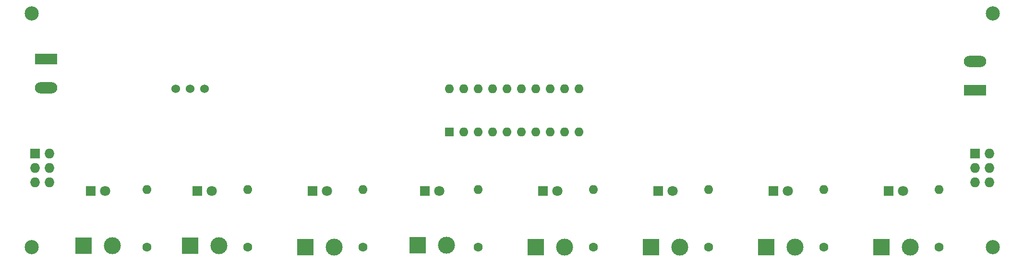
<source format=gbs>
%TF.GenerationSoftware,KiCad,Pcbnew,6.0.2-378541a8eb~116~ubuntu20.04.1*%
%TF.CreationDate,2022-03-18T17:45:02-05:00*%
%TF.ProjectId,daughter,64617567-6874-4657-922e-6b696361645f,rev?*%
%TF.SameCoordinates,Original*%
%TF.FileFunction,Soldermask,Bot*%
%TF.FilePolarity,Negative*%
%FSLAX46Y46*%
G04 Gerber Fmt 4.6, Leading zero omitted, Abs format (unit mm)*
G04 Created by KiCad (PCBNEW 6.0.2-378541a8eb~116~ubuntu20.04.1) date 2022-03-18 17:45:02*
%MOMM*%
%LPD*%
G01*
G04 APERTURE LIST*
%ADD10C,2.500000*%
%ADD11R,3.000000X3.000000*%
%ADD12C,3.000000*%
%ADD13R,1.727200X1.727200*%
%ADD14O,1.727200X1.727200*%
%ADD15R,1.800000X1.800000*%
%ADD16C,1.800000*%
%ADD17R,3.960000X1.980000*%
%ADD18O,3.960000X1.980000*%
%ADD19C,1.600000*%
%ADD20O,1.600000X1.600000*%
%ADD21R,1.600000X1.600000*%
%ADD22C,1.524000*%
G04 APERTURE END LIST*
D10*
%TO.C,REF\u002A\u002A*%
X215265000Y-114300000D03*
%TD*%
D11*
%TO.C,J7*%
X175260000Y-114300000D03*
D12*
X180340000Y-114300000D03*
%TD*%
D11*
%TO.C,J1*%
X54864000Y-114046000D03*
D12*
X59944000Y-114046000D03*
%TD*%
D13*
%TO.C,J10*%
X46355000Y-97790000D03*
D14*
X48895000Y-97790000D03*
X46355000Y-100330000D03*
X48895000Y-100330000D03*
X46355000Y-102870000D03*
X48895000Y-102870000D03*
%TD*%
D15*
%TO.C,D2*%
X74925000Y-104394000D03*
D16*
X77465000Y-104394000D03*
%TD*%
D15*
%TO.C,D7*%
X176525000Y-104394000D03*
D16*
X179065000Y-104394000D03*
%TD*%
D13*
%TO.C,J9*%
X212090000Y-97790000D03*
D14*
X214630000Y-97790000D03*
X212090000Y-100330000D03*
X214630000Y-100330000D03*
X212090000Y-102870000D03*
X214630000Y-102870000D03*
%TD*%
D11*
%TO.C,J2*%
X73660000Y-114046000D03*
D12*
X78740000Y-114046000D03*
%TD*%
D15*
%TO.C,D8*%
X196845000Y-104394000D03*
D16*
X199385000Y-104394000D03*
%TD*%
D17*
%TO.C,J11*%
X48260000Y-81055000D03*
D18*
X48260000Y-86135000D03*
%TD*%
D19*
%TO.C,R3*%
X104140000Y-114300000D03*
D20*
X104140000Y-104140000D03*
%TD*%
D11*
%TO.C,J8*%
X195580000Y-114300000D03*
D12*
X200660000Y-114300000D03*
%TD*%
D11*
%TO.C,J6*%
X154940000Y-114300000D03*
D12*
X160020000Y-114300000D03*
%TD*%
D19*
%TO.C,R4*%
X124460000Y-114300000D03*
D20*
X124460000Y-104140000D03*
%TD*%
D21*
%TO.C,U2*%
X119380000Y-93980000D03*
D20*
X121920000Y-93980000D03*
X124460000Y-93980000D03*
X127000000Y-93980000D03*
X129540000Y-93980000D03*
X132080000Y-93980000D03*
X134620000Y-93980000D03*
X137160000Y-93980000D03*
X139700000Y-93980000D03*
X142240000Y-93980000D03*
X142240000Y-86360000D03*
X139700000Y-86360000D03*
X137160000Y-86360000D03*
X134620000Y-86360000D03*
X132080000Y-86360000D03*
X129540000Y-86360000D03*
X127000000Y-86360000D03*
X124460000Y-86360000D03*
X121920000Y-86360000D03*
X119380000Y-86360000D03*
%TD*%
D15*
%TO.C,D6*%
X156205000Y-104394000D03*
D16*
X158745000Y-104394000D03*
%TD*%
D19*
%TO.C,R6*%
X165100000Y-114300000D03*
D20*
X165100000Y-104140000D03*
%TD*%
D10*
%TO.C,REF\u002A\u002A*%
X45720000Y-73025000D03*
%TD*%
%TO.C,REF\u002A\u002A*%
X45720000Y-114300000D03*
%TD*%
D11*
%TO.C,J3*%
X93980000Y-114300000D03*
D12*
X99060000Y-114300000D03*
%TD*%
D19*
%TO.C,R7*%
X185420000Y-114300000D03*
D20*
X185420000Y-104140000D03*
%TD*%
D15*
%TO.C,D4*%
X115057000Y-104394000D03*
D16*
X117597000Y-104394000D03*
%TD*%
D15*
%TO.C,D5*%
X135885000Y-104394000D03*
D16*
X138425000Y-104394000D03*
%TD*%
D19*
%TO.C,R5*%
X144780000Y-114300000D03*
D20*
X144780000Y-104140000D03*
%TD*%
D15*
%TO.C,D3*%
X95245000Y-104394000D03*
D16*
X97785000Y-104394000D03*
%TD*%
D10*
%TO.C,REF\u002A\u002A*%
X215265000Y-73025000D03*
%TD*%
D19*
%TO.C,R1*%
X66040000Y-114300000D03*
D20*
X66040000Y-104140000D03*
%TD*%
D11*
%TO.C,J5*%
X134620000Y-114300000D03*
D12*
X139700000Y-114300000D03*
%TD*%
D19*
%TO.C,R2*%
X83820000Y-114300000D03*
D20*
X83820000Y-104140000D03*
%TD*%
D22*
%TO.C,U1*%
X71120000Y-86360000D03*
X73660000Y-86360000D03*
X76200000Y-86360000D03*
%TD*%
D11*
%TO.C,J4*%
X113870000Y-113980000D03*
D12*
X118950000Y-113980000D03*
%TD*%
D17*
%TO.C,J12*%
X212090000Y-86585000D03*
D18*
X212090000Y-81505000D03*
%TD*%
D19*
%TO.C,R8*%
X205740000Y-114300000D03*
D20*
X205740000Y-104140000D03*
%TD*%
D15*
%TO.C,D1*%
X56129000Y-104394000D03*
D16*
X58669000Y-104394000D03*
%TD*%
M02*

</source>
